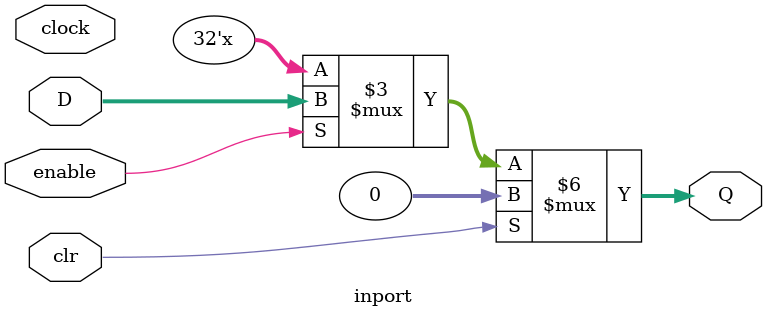
<source format=v>
module outport (
	input clr, clock, enable,
	input [31:0] D,
	output reg [31:0] Q
);

	always @ (*) begin
		if (clr) begin
			Q <= 32'h00000000;
		end
		else if (enable) begin
			Q <= D;
		end
	end

endmodule

module inport (
	input clr, clock, enable,
	input [31:0] D,
	output reg [31:0] Q
);
	
	initial begin
		Q = 32'hA2;
	end
	
	always @ (*) begin
		if (clr) begin
			Q <= 32'h00000000;
		end
		else if (enable) begin
			Q <= D;
		end
	end

endmodule


</source>
